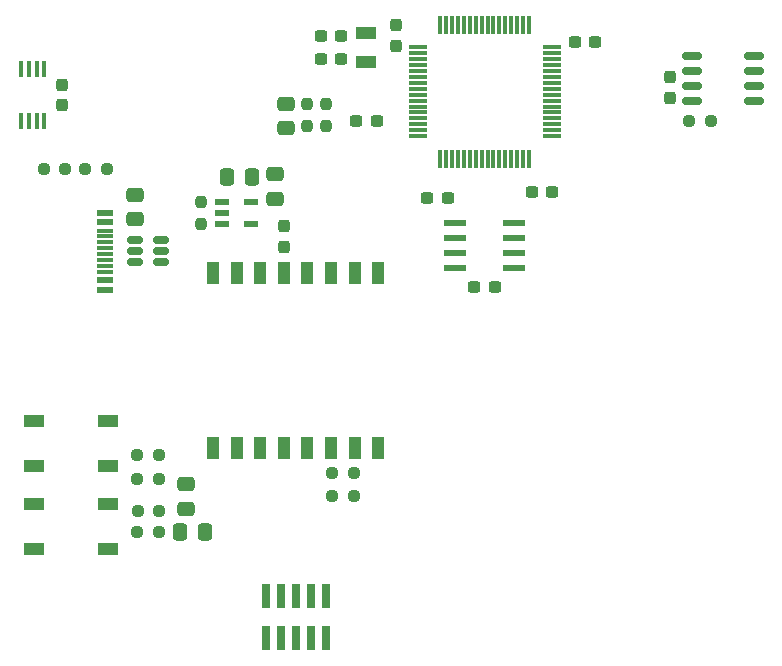
<source format=gbr>
%TF.GenerationSoftware,KiCad,Pcbnew,5.99.0-unknown-36d11f745e~142~ubuntu20.04.1*%
%TF.CreationDate,2021-10-28T09:57:52+02:00*%
%TF.ProjectId,Main_PCB_2,4d61696e-5f50-4434-925f-322e6b696361,rev?*%
%TF.SameCoordinates,Original*%
%TF.FileFunction,Paste,Top*%
%TF.FilePolarity,Positive*%
%FSLAX46Y46*%
G04 Gerber Fmt 4.6, Leading zero omitted, Abs format (unit mm)*
G04 Created by KiCad (PCBNEW 5.99.0-unknown-36d11f745e~142~ubuntu20.04.1) date 2021-10-28 09:57:52*
%MOMM*%
%LPD*%
G01*
G04 APERTURE LIST*
G04 Aperture macros list*
%AMRoundRect*
0 Rectangle with rounded corners*
0 $1 Rounding radius*
0 $2 $3 $4 $5 $6 $7 $8 $9 X,Y pos of 4 corners*
0 Add a 4 corners polygon primitive as box body*
4,1,4,$2,$3,$4,$5,$6,$7,$8,$9,$2,$3,0*
0 Add four circle primitives for the rounded corners*
1,1,$1+$1,$2,$3*
1,1,$1+$1,$4,$5*
1,1,$1+$1,$6,$7*
1,1,$1+$1,$8,$9*
0 Add four rect primitives between the rounded corners*
20,1,$1+$1,$2,$3,$4,$5,0*
20,1,$1+$1,$4,$5,$6,$7,0*
20,1,$1+$1,$6,$7,$8,$9,0*
20,1,$1+$1,$8,$9,$2,$3,0*%
G04 Aperture macros list end*
%ADD10RoundRect,0.250000X0.475000X-0.337500X0.475000X0.337500X-0.475000X0.337500X-0.475000X-0.337500X0*%
%ADD11RoundRect,0.150000X0.512500X0.150000X-0.512500X0.150000X-0.512500X-0.150000X0.512500X-0.150000X0*%
%ADD12RoundRect,0.237500X0.237500X-0.300000X0.237500X0.300000X-0.237500X0.300000X-0.237500X-0.300000X0*%
%ADD13RoundRect,0.237500X0.300000X0.237500X-0.300000X0.237500X-0.300000X-0.237500X0.300000X-0.237500X0*%
%ADD14RoundRect,0.237500X-0.250000X-0.237500X0.250000X-0.237500X0.250000X0.237500X-0.250000X0.237500X0*%
%ADD15RoundRect,0.237500X0.250000X0.237500X-0.250000X0.237500X-0.250000X-0.237500X0.250000X-0.237500X0*%
%ADD16R,0.760000X2.050000*%
%ADD17R,1.450000X0.600000*%
%ADD18R,1.450000X0.300000*%
%ADD19RoundRect,0.237500X0.237500X-0.250000X0.237500X0.250000X-0.237500X0.250000X-0.237500X-0.250000X0*%
%ADD20R,1.700000X1.000000*%
%ADD21R,1.800000X1.000000*%
%ADD22R,0.450000X1.400000*%
%ADD23R,1.981200X0.558800*%
%ADD24RoundRect,0.075000X-0.700000X-0.075000X0.700000X-0.075000X0.700000X0.075000X-0.700000X0.075000X0*%
%ADD25RoundRect,0.075000X-0.075000X-0.700000X0.075000X-0.700000X0.075000X0.700000X-0.075000X0.700000X0*%
%ADD26RoundRect,0.237500X-0.300000X-0.237500X0.300000X-0.237500X0.300000X0.237500X-0.300000X0.237500X0*%
%ADD27RoundRect,0.250000X-0.475000X0.337500X-0.475000X-0.337500X0.475000X-0.337500X0.475000X0.337500X0*%
%ADD28RoundRect,0.237500X-0.237500X0.250000X-0.237500X-0.250000X0.237500X-0.250000X0.237500X0.250000X0*%
%ADD29RoundRect,0.150000X0.675000X0.150000X-0.675000X0.150000X-0.675000X-0.150000X0.675000X-0.150000X0*%
%ADD30RoundRect,0.250000X-0.337500X-0.475000X0.337500X-0.475000X0.337500X0.475000X-0.337500X0.475000X0*%
%ADD31RoundRect,0.237500X-0.237500X0.300000X-0.237500X-0.300000X0.237500X-0.300000X0.237500X0.300000X0*%
%ADD32R,1.050000X1.950000*%
%ADD33R,1.200000X0.600000*%
G04 APERTURE END LIST*
D10*
%TO.C,C19*%
X79440000Y-86037500D03*
X79440000Y-83962500D03*
%TD*%
D11*
%TO.C,U7*%
X81637500Y-89700000D03*
X81637500Y-88750000D03*
X81637500Y-87800000D03*
X79362500Y-87800000D03*
X79362500Y-88750000D03*
X79362500Y-89700000D03*
%TD*%
D12*
%TO.C,C6*%
X73250000Y-76362500D03*
X73250000Y-74637500D03*
%TD*%
D13*
%TO.C,C8*%
X118362500Y-71000000D03*
X116637500Y-71000000D03*
%TD*%
D14*
%TO.C,R8*%
X79587500Y-112500000D03*
X81412500Y-112500000D03*
%TD*%
D15*
%TO.C,R14*%
X128162500Y-77750000D03*
X126337500Y-77750000D03*
%TD*%
D14*
%TO.C,R6*%
X79625000Y-110750000D03*
X81450000Y-110750000D03*
%TD*%
D16*
%TO.C,JP1*%
X90480000Y-121500000D03*
X90480000Y-117940000D03*
X91750000Y-121500000D03*
X91750000Y-117940000D03*
X93020000Y-121500000D03*
X93020000Y-117940000D03*
X94290000Y-121500000D03*
X94290000Y-117940000D03*
X95560000Y-121500000D03*
X95560000Y-117940000D03*
%TD*%
D17*
%TO.C,J3*%
X76845000Y-85500000D03*
X76845000Y-86300000D03*
D18*
X76845000Y-87500000D03*
X76845000Y-88500000D03*
X76845000Y-89000000D03*
X76845000Y-90000000D03*
D17*
X76845000Y-91200000D03*
X76845000Y-92000000D03*
X76845000Y-92000000D03*
X76845000Y-91200000D03*
D18*
X76845000Y-90500000D03*
X76845000Y-89500000D03*
X76845000Y-88000000D03*
X76845000Y-87000000D03*
D17*
X76845000Y-86300000D03*
X76845000Y-85500000D03*
%TD*%
D19*
%TO.C,R11*%
X85000000Y-86412500D03*
X85000000Y-84587500D03*
%TD*%
D20*
%TO.C,SW2*%
X77150000Y-103100000D03*
X70850000Y-103100000D03*
X70850000Y-106900000D03*
X77150000Y-106900000D03*
%TD*%
D15*
%TO.C,R5*%
X73515000Y-81750000D03*
X71690000Y-81750000D03*
%TD*%
D21*
%TO.C,Y1*%
X99000000Y-70250000D03*
X99000000Y-72750000D03*
%TD*%
D20*
%TO.C,SW1*%
X77150000Y-110150000D03*
X70850000Y-110150000D03*
X70850000Y-113950000D03*
X77150000Y-113950000D03*
%TD*%
D22*
%TO.C,IC1*%
X69775000Y-77700000D03*
X70425000Y-77700000D03*
X71075000Y-77700000D03*
X71725000Y-77700000D03*
X71725000Y-73300000D03*
X71075000Y-73300000D03*
X70425000Y-73300000D03*
X69775000Y-73300000D03*
%TD*%
D14*
%TO.C,R2*%
X96087500Y-107500000D03*
X97912500Y-107500000D03*
%TD*%
D15*
%TO.C,R3*%
X97912500Y-109500000D03*
X96087500Y-109500000D03*
%TD*%
D23*
%TO.C,U5*%
X106536200Y-86345000D03*
X106536200Y-87615000D03*
X106536200Y-88885000D03*
X106536200Y-90155000D03*
X111463800Y-90155000D03*
X111463800Y-88885000D03*
X111463800Y-87615000D03*
X111463800Y-86345000D03*
%TD*%
D24*
%TO.C,U4*%
X103325000Y-71500000D03*
X103325000Y-72000000D03*
X103325000Y-72500000D03*
X103325000Y-73000000D03*
X103325000Y-73500000D03*
X103325000Y-74000000D03*
X103325000Y-74500000D03*
X103325000Y-75000000D03*
X103325000Y-75500000D03*
X103325000Y-76000000D03*
X103325000Y-76500000D03*
X103325000Y-77000000D03*
X103325000Y-77500000D03*
X103325000Y-78000000D03*
X103325000Y-78500000D03*
X103325000Y-79000000D03*
D25*
X105250000Y-80925000D03*
X105750000Y-80925000D03*
X106250000Y-80925000D03*
X106750000Y-80925000D03*
X107250000Y-80925000D03*
X107750000Y-80925000D03*
X108250000Y-80925000D03*
X108750000Y-80925000D03*
X109250000Y-80925000D03*
X109750000Y-80925000D03*
X110250000Y-80925000D03*
X110750000Y-80925000D03*
X111250000Y-80925000D03*
X111750000Y-80925000D03*
X112250000Y-80925000D03*
X112750000Y-80925000D03*
D24*
X114675000Y-79000000D03*
X114675000Y-78500000D03*
X114675000Y-78000000D03*
X114675000Y-77500000D03*
X114675000Y-77000000D03*
X114675000Y-76500000D03*
X114675000Y-76000000D03*
X114675000Y-75500000D03*
X114675000Y-75000000D03*
X114675000Y-74500000D03*
X114675000Y-74000000D03*
X114675000Y-73500000D03*
X114675000Y-73000000D03*
X114675000Y-72500000D03*
X114675000Y-72000000D03*
X114675000Y-71500000D03*
D25*
X112750000Y-69575000D03*
X112250000Y-69575000D03*
X111750000Y-69575000D03*
X111250000Y-69575000D03*
X110750000Y-69575000D03*
X110250000Y-69575000D03*
X109750000Y-69575000D03*
X109250000Y-69575000D03*
X108750000Y-69575000D03*
X108250000Y-69575000D03*
X107750000Y-69575000D03*
X107250000Y-69575000D03*
X106750000Y-69575000D03*
X106250000Y-69575000D03*
X105750000Y-69575000D03*
X105250000Y-69575000D03*
%TD*%
D14*
%TO.C,R7*%
X79587500Y-108000000D03*
X81412500Y-108000000D03*
%TD*%
D26*
%TO.C,C9*%
X104137500Y-84250000D03*
X105862500Y-84250000D03*
%TD*%
D13*
%TO.C,C3*%
X96862500Y-70500000D03*
X95137500Y-70500000D03*
%TD*%
D27*
%TO.C,C13*%
X92200000Y-76250000D03*
X92200000Y-78325000D03*
%TD*%
D28*
%TO.C,R13*%
X94000000Y-76287500D03*
X94000000Y-78112500D03*
%TD*%
D10*
%TO.C,C18*%
X91250000Y-84287500D03*
X91250000Y-82212500D03*
%TD*%
D19*
%TO.C,R12*%
X95600000Y-78112500D03*
X95600000Y-76287500D03*
%TD*%
D29*
%TO.C,U8*%
X131825000Y-76005000D03*
X131825000Y-74735000D03*
X131825000Y-73465000D03*
X131825000Y-72195000D03*
X126575000Y-72195000D03*
X126575000Y-73465000D03*
X126575000Y-74735000D03*
X126575000Y-76005000D03*
%TD*%
D30*
%TO.C,C2*%
X83212500Y-112500000D03*
X85287500Y-112500000D03*
%TD*%
D13*
%TO.C,C4*%
X96862500Y-72500000D03*
X95137500Y-72500000D03*
%TD*%
D31*
%TO.C,C1*%
X92000000Y-86637500D03*
X92000000Y-88362500D03*
%TD*%
D26*
%TO.C,C5*%
X108137500Y-91750000D03*
X109862500Y-91750000D03*
%TD*%
D30*
%TO.C,C17*%
X87212500Y-82500000D03*
X89287500Y-82500000D03*
%TD*%
D15*
%TO.C,R4*%
X77015000Y-81750000D03*
X75190000Y-81750000D03*
%TD*%
D27*
%TO.C,C20*%
X83750000Y-108462500D03*
X83750000Y-110537500D03*
%TD*%
D26*
%TO.C,C10*%
X113025000Y-83750000D03*
X114750000Y-83750000D03*
%TD*%
D14*
%TO.C,R9*%
X79587500Y-106000000D03*
X81412500Y-106000000D03*
%TD*%
D32*
%TO.C,U2*%
X86000000Y-105400000D03*
X88000000Y-105400000D03*
X90000000Y-105400000D03*
X92000000Y-105400000D03*
X94000000Y-105400000D03*
X96000000Y-105400000D03*
X98000000Y-105400000D03*
X100000000Y-105400000D03*
X100000000Y-90600000D03*
X98000000Y-90600000D03*
X96000000Y-90600000D03*
X94000000Y-90600000D03*
X92000000Y-90600000D03*
X90000000Y-90600000D03*
X88000000Y-90600000D03*
X86000000Y-90600000D03*
%TD*%
D31*
%TO.C,C16*%
X124670000Y-74022500D03*
X124670000Y-75747500D03*
%TD*%
D33*
%TO.C,PS2*%
X86750000Y-84550000D03*
X86750000Y-85500000D03*
X86750000Y-86450000D03*
X89250000Y-86450000D03*
X89250000Y-84550000D03*
%TD*%
D26*
%TO.C,C12*%
X98137500Y-77750000D03*
X99862500Y-77750000D03*
%TD*%
D31*
%TO.C,C11*%
X101500000Y-69637500D03*
X101500000Y-71362500D03*
%TD*%
M02*

</source>
